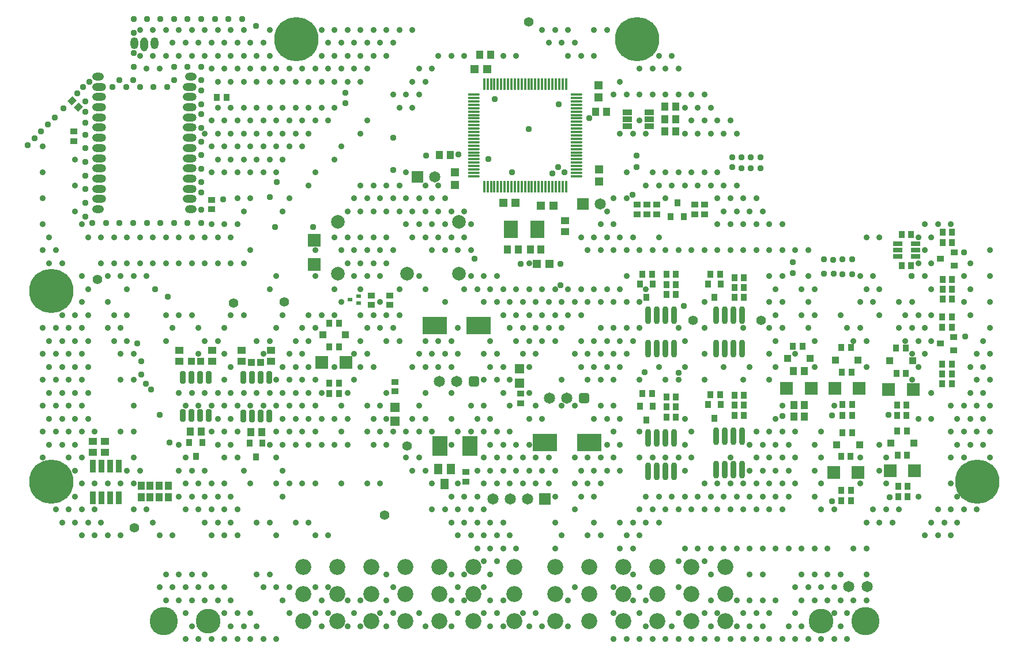
<source format=gts>
G04*
G04 #@! TF.GenerationSoftware,Altium Limited,Altium Designer,21.8.1 (53)*
G04*
G04 Layer_Color=8388736*
%FSLAX25Y25*%
%MOIN*%
G70*
G04*
G04 #@! TF.SameCoordinates,51FB6EBF-7DE9-4BFC-9D62-BDCD563EF873*
G04*
G04*
G04 #@! TF.FilePolarity,Negative*
G04*
G01*
G75*
%ADD51R,0.05324X0.05324*%
%ADD52R,0.04143X0.03750*%
%ADD53R,0.14379X0.10443*%
%ADD54R,0.03750X0.04143*%
%ADD55R,0.07293X0.07214*%
%ADD56R,0.03947X0.03947*%
%ADD57R,0.07214X0.07293*%
%ADD58R,0.02600X0.02002*%
%ADD59R,0.03750X0.04143*%
%ADD60R,0.04143X0.04537*%
%ADD61R,0.03947X0.04340*%
%ADD62R,0.04931X0.04931*%
%ADD63O,0.06702X0.01584*%
%ADD64O,0.01584X0.06702*%
%ADD65R,0.04537X0.04143*%
%ADD66R,0.03435X0.07608*%
%ADD67R,0.04931X0.04931*%
G04:AMPARAMS|DCode=68|XSize=41.43mil|YSize=37.5mil|CornerRadius=0mil|HoleSize=0mil|Usage=FLASHONLY|Rotation=45.000|XOffset=0mil|YOffset=0mil|HoleType=Round|Shape=Rectangle|*
%AMROTATEDRECTD68*
4,1,4,-0.00139,-0.02791,-0.02791,-0.00139,0.00139,0.02791,0.02791,0.00139,-0.00139,-0.02791,0.0*
%
%ADD68ROTATEDRECTD68*%

%ADD69R,0.05324X0.03356*%
%ADD70R,0.08474X0.10049*%
G04:AMPARAMS|DCode=71|XSize=31.59mil|YSize=70.96mil|CornerRadius=4.92mil|HoleSize=0mil|Usage=FLASHONLY|Rotation=0.000|XOffset=0mil|YOffset=0mil|HoleType=Round|Shape=RoundedRectangle|*
%AMROUNDEDRECTD71*
21,1,0.03159,0.06112,0,0,0.0*
21,1,0.02175,0.07096,0,0,0.0*
1,1,0.00984,0.01088,-0.03056*
1,1,0.00984,-0.01088,-0.03056*
1,1,0.00984,-0.01088,0.03056*
1,1,0.00984,0.01088,0.03056*
%
%ADD71ROUNDEDRECTD71*%
%ADD72R,0.04537X0.06112*%
%ADD73O,0.03356X0.10443*%
%ADD74R,0.05403X0.03041*%
%ADD75R,0.04143X0.03750*%
G04:AMPARAMS|DCode=76|XSize=45.37mil|YSize=68.99mil|CornerRadius=22.69mil|HoleSize=0mil|Usage=FLASHONLY|Rotation=180.000|XOffset=0mil|YOffset=0mil|HoleType=Round|Shape=RoundedRectangle|*
%AMROUNDEDRECTD76*
21,1,0.04537,0.02362,0,0,180.0*
21,1,0.00000,0.06899,0,0,180.0*
1,1,0.04537,0.00000,0.01181*
1,1,0.04537,0.00000,0.01181*
1,1,0.04537,0.00000,-0.01181*
1,1,0.04537,0.00000,-0.01181*
%
%ADD76ROUNDEDRECTD76*%
G04:AMPARAMS|DCode=77|XSize=45.37mil|YSize=80.8mil|CornerRadius=22.69mil|HoleSize=0mil|Usage=FLASHONLY|Rotation=180.000|XOffset=0mil|YOffset=0mil|HoleType=Round|Shape=RoundedRectangle|*
%AMROUNDEDRECTD77*
21,1,0.04537,0.03543,0,0,180.0*
21,1,0.00000,0.08080,0,0,180.0*
1,1,0.04537,0.00000,0.01772*
1,1,0.04537,0.00000,0.01772*
1,1,0.04537,0.00000,-0.01772*
1,1,0.04537,0.00000,-0.01772*
%
%ADD77ROUNDEDRECTD77*%
G04:AMPARAMS|DCode=78|XSize=45.37mil|YSize=80.8mil|CornerRadius=22.69mil|HoleSize=0mil|Usage=FLASHONLY|Rotation=270.000|XOffset=0mil|YOffset=0mil|HoleType=Round|Shape=RoundedRectangle|*
%AMROUNDEDRECTD78*
21,1,0.04537,0.03543,0,0,270.0*
21,1,0.00000,0.08080,0,0,270.0*
1,1,0.04537,-0.01772,0.00000*
1,1,0.04537,-0.01772,0.00000*
1,1,0.04537,0.01772,0.00000*
1,1,0.04537,0.01772,0.00000*
%
%ADD78ROUNDEDRECTD78*%
G04:AMPARAMS|DCode=79|XSize=45.37mil|YSize=68.99mil|CornerRadius=22.69mil|HoleSize=0mil|Usage=FLASHONLY|Rotation=270.000|XOffset=0mil|YOffset=0mil|HoleType=Round|Shape=RoundedRectangle|*
%AMROUNDEDRECTD79*
21,1,0.04537,0.02362,0,0,270.0*
21,1,0.00000,0.06899,0,0,270.0*
1,1,0.04537,-0.01181,0.00000*
1,1,0.04537,-0.01181,0.00000*
1,1,0.04537,0.01181,0.00000*
1,1,0.04537,0.01181,0.00000*
%
%ADD79ROUNDEDRECTD79*%
%ADD80R,0.09104X0.11624*%
G04:AMPARAMS|DCode=81|XSize=61.12mil|YSize=61.12mil|CornerRadius=16.78mil|HoleSize=0mil|Usage=FLASHONLY|Rotation=180.000|XOffset=0mil|YOffset=0mil|HoleType=Round|Shape=RoundedRectangle|*
%AMROUNDEDRECTD81*
21,1,0.06112,0.02756,0,0,180.0*
21,1,0.02756,0.06112,0,0,180.0*
1,1,0.03356,-0.01378,0.01378*
1,1,0.03356,0.01378,0.01378*
1,1,0.03356,0.01378,-0.01378*
1,1,0.03356,-0.01378,-0.01378*
%
%ADD81ROUNDEDRECTD81*%
%ADD82C,0.06506*%
%ADD83C,0.07900*%
%ADD84R,0.06506X0.06506*%
%ADD85C,0.09261*%
%ADD86C,0.03600*%
%ADD87C,0.03700*%
%ADD88C,0.05600*%
%ADD89C,0.25600*%
%ADD90C,0.14379*%
%ADD91C,0.16348*%
D51*
X612992Y395588D02*
D03*
Y403855D02*
D03*
X541142Y373487D02*
D03*
Y381755D02*
D03*
D52*
X613796Y384055D02*
D03*
Y389567D02*
D03*
X527559Y440945D02*
D03*
Y446457D02*
D03*
X538189Y440945D02*
D03*
Y446457D02*
D03*
X720062Y498819D02*
D03*
Y493307D02*
D03*
X714337Y498819D02*
D03*
Y493307D02*
D03*
X692503Y498819D02*
D03*
Y493307D02*
D03*
X686777Y493307D02*
D03*
Y498819D02*
D03*
X681052Y498819D02*
D03*
Y493307D02*
D03*
X541142Y390945D02*
D03*
Y396457D02*
D03*
X582103Y344291D02*
D03*
Y338779D02*
D03*
X355315Y541142D02*
D03*
Y535630D02*
D03*
X435039Y496260D02*
D03*
Y501772D02*
D03*
D53*
X627756Y361221D02*
D03*
X653346D02*
D03*
X563976Y429134D02*
D03*
X589567D02*
D03*
D54*
X503150Y389617D02*
D03*
X508661D02*
D03*
Y416584D02*
D03*
X503150D02*
D03*
X508661Y395523D02*
D03*
X503150D02*
D03*
X508661Y430397D02*
D03*
X503150D02*
D03*
X836417Y415945D02*
D03*
X830906D02*
D03*
X836614Y401378D02*
D03*
X831102D02*
D03*
X836811Y382874D02*
D03*
X831299D02*
D03*
X836811Y376969D02*
D03*
X831299D02*
D03*
X837008Y368110D02*
D03*
X831496D02*
D03*
X831693Y354134D02*
D03*
X837205D02*
D03*
X804724Y416142D02*
D03*
X799213D02*
D03*
X805118Y401968D02*
D03*
X799606D02*
D03*
X805315Y383268D02*
D03*
X799803D02*
D03*
X805315Y376969D02*
D03*
X799803D02*
D03*
X805315Y367126D02*
D03*
X799803D02*
D03*
X804527Y353150D02*
D03*
X799016D02*
D03*
X776772Y417011D02*
D03*
X771260D02*
D03*
X837598Y335827D02*
D03*
X832087D02*
D03*
X837598Y329921D02*
D03*
X832087D02*
D03*
X804724Y333661D02*
D03*
X799213D02*
D03*
X804724Y327559D02*
D03*
X799213D02*
D03*
X703543Y458481D02*
D03*
X698032D02*
D03*
X698032Y452756D02*
D03*
X703543D02*
D03*
X698032Y446850D02*
D03*
X703543D02*
D03*
Y387615D02*
D03*
X698032D02*
D03*
X698032Y381890D02*
D03*
X703543D02*
D03*
X698032Y375984D02*
D03*
X703543D02*
D03*
X742913Y388599D02*
D03*
X737402D02*
D03*
X737402Y382874D02*
D03*
X742913D02*
D03*
X737402Y376969D02*
D03*
X742913D02*
D03*
Y456743D02*
D03*
X737402D02*
D03*
X737402Y451018D02*
D03*
X742913D02*
D03*
X737402Y445292D02*
D03*
X742913D02*
D03*
X839567Y481710D02*
D03*
X834055D02*
D03*
X839567Y463566D02*
D03*
X834055D02*
D03*
X857480Y395225D02*
D03*
X862992D02*
D03*
X862992Y400951D02*
D03*
X857480D02*
D03*
X857480Y406676D02*
D03*
X862992D02*
D03*
X857480Y428107D02*
D03*
X862992D02*
D03*
X857480Y433833D02*
D03*
X862992D02*
D03*
X857677Y444241D02*
D03*
X863189D02*
D03*
X863189Y449966D02*
D03*
X857677D02*
D03*
X857677Y455692D02*
D03*
X863189D02*
D03*
X857677Y477123D02*
D03*
X863189D02*
D03*
X857677Y482848D02*
D03*
X863189D02*
D03*
X729134Y458695D02*
D03*
X723622D02*
D03*
X729134Y388813D02*
D03*
X723622D02*
D03*
X689764Y458695D02*
D03*
X684252D02*
D03*
X689764Y389764D02*
D03*
X684252D02*
D03*
X438189Y561024D02*
D03*
X443701D02*
D03*
D55*
X512953Y407480D02*
D03*
X498858D02*
D03*
X840709Y392126D02*
D03*
X826614D02*
D03*
X841496Y344882D02*
D03*
X827402D02*
D03*
X809409Y392717D02*
D03*
X795315D02*
D03*
X808819Y343898D02*
D03*
X794724D02*
D03*
X781653Y392717D02*
D03*
X767559D02*
D03*
D56*
X499311Y423490D02*
D03*
X512500D02*
D03*
X827264Y408661D02*
D03*
X840453D02*
D03*
X827854Y361040D02*
D03*
X841043D02*
D03*
X795768Y408875D02*
D03*
X808957D02*
D03*
X796555Y360056D02*
D03*
X809744D02*
D03*
X768012Y410104D02*
D03*
X781201D02*
D03*
D57*
X494488Y464213D02*
D03*
Y478307D02*
D03*
D58*
X515167Y444095D02*
D03*
X520266Y446063D02*
D03*
Y442126D02*
D03*
D59*
X422227Y361170D02*
D03*
X429708D02*
D03*
X457103Y361007D02*
D03*
X464584D02*
D03*
X425968Y353296D02*
D03*
X460844Y353133D02*
D03*
X704331Y500000D02*
D03*
X708071Y492126D02*
D03*
X700591D02*
D03*
X686401Y445194D02*
D03*
X682660Y453068D02*
D03*
X690141D02*
D03*
X686401Y374328D02*
D03*
X682660Y382202D02*
D03*
X690141D02*
D03*
X725771Y375312D02*
D03*
X722030Y383186D02*
D03*
X729511D02*
D03*
X725771Y445194D02*
D03*
X722030Y453068D02*
D03*
X729511D02*
D03*
D60*
X410236Y336417D02*
D03*
Y329724D02*
D03*
X590158Y585663D02*
D03*
X596457D02*
D03*
X663583Y552756D02*
D03*
X657283D02*
D03*
X777756Y402509D02*
D03*
X771457D02*
D03*
X771654Y382874D02*
D03*
X777953D02*
D03*
X771654Y376378D02*
D03*
X777953D02*
D03*
X625591Y472835D02*
D03*
X619291D02*
D03*
X606283D02*
D03*
X612582D02*
D03*
X573032Y527559D02*
D03*
X566732D02*
D03*
X429117Y367486D02*
D03*
X422818D02*
D03*
X703346Y555545D02*
D03*
X697047D02*
D03*
Y548442D02*
D03*
X703346D02*
D03*
Y541339D02*
D03*
X697047D02*
D03*
X457694Y367323D02*
D03*
X463993D02*
D03*
X399606Y329724D02*
D03*
Y336417D02*
D03*
X404751Y329724D02*
D03*
Y336417D02*
D03*
X394462Y329724D02*
D03*
Y336417D02*
D03*
D61*
X463501Y407514D02*
D03*
X458186D02*
D03*
X423310Y408465D02*
D03*
X428625D02*
D03*
D62*
X594291Y577379D02*
D03*
X587205D02*
D03*
X625591Y498228D02*
D03*
X632677D02*
D03*
X610827Y499803D02*
D03*
X603740D02*
D03*
X630315Y464550D02*
D03*
X623228D02*
D03*
D63*
X586713Y515354D02*
D03*
Y517323D02*
D03*
Y519291D02*
D03*
Y521260D02*
D03*
Y523228D02*
D03*
Y525197D02*
D03*
Y527165D02*
D03*
Y529134D02*
D03*
Y531102D02*
D03*
Y533071D02*
D03*
Y535039D02*
D03*
Y537008D02*
D03*
Y538976D02*
D03*
Y540945D02*
D03*
Y542913D02*
D03*
Y544882D02*
D03*
Y546850D02*
D03*
Y548819D02*
D03*
Y550787D02*
D03*
Y552756D02*
D03*
Y554724D02*
D03*
Y556693D02*
D03*
Y558661D02*
D03*
Y560630D02*
D03*
Y562598D02*
D03*
X645965D02*
D03*
Y560630D02*
D03*
Y558661D02*
D03*
Y556693D02*
D03*
Y554724D02*
D03*
Y552756D02*
D03*
Y550787D02*
D03*
Y548819D02*
D03*
Y546850D02*
D03*
Y544882D02*
D03*
Y542913D02*
D03*
Y540945D02*
D03*
Y538976D02*
D03*
Y537008D02*
D03*
Y535039D02*
D03*
Y533071D02*
D03*
Y531102D02*
D03*
Y529134D02*
D03*
Y527165D02*
D03*
Y525197D02*
D03*
Y523228D02*
D03*
Y521260D02*
D03*
Y519291D02*
D03*
Y517323D02*
D03*
Y515354D02*
D03*
D64*
X592717Y568602D02*
D03*
X594685D02*
D03*
X596654D02*
D03*
X598622D02*
D03*
X600591D02*
D03*
X602559D02*
D03*
X604528D02*
D03*
X606496D02*
D03*
X608465D02*
D03*
X610433D02*
D03*
X612402D02*
D03*
X614370D02*
D03*
X616339D02*
D03*
X618307D02*
D03*
X620276D02*
D03*
X622244D02*
D03*
X624213D02*
D03*
X626181D02*
D03*
X628150D02*
D03*
X630118D02*
D03*
X632087D02*
D03*
X634055D02*
D03*
X636024D02*
D03*
X637992D02*
D03*
X639961D02*
D03*
Y509350D02*
D03*
X637992D02*
D03*
X636024D02*
D03*
X634055D02*
D03*
X632087D02*
D03*
X630118D02*
D03*
X628150D02*
D03*
X626181D02*
D03*
X624213D02*
D03*
X622244D02*
D03*
X620276D02*
D03*
X618307D02*
D03*
X616339D02*
D03*
X614370D02*
D03*
X612402D02*
D03*
X610433D02*
D03*
X608465D02*
D03*
X606496D02*
D03*
X604528D02*
D03*
X602559D02*
D03*
X600591D02*
D03*
X598622D02*
D03*
X596654D02*
D03*
X594685D02*
D03*
X592717D02*
D03*
D65*
X366339Y361946D02*
D03*
Y355647D02*
D03*
X639370Y483465D02*
D03*
Y489764D02*
D03*
X373443Y361946D02*
D03*
Y355647D02*
D03*
X435433Y414567D02*
D03*
Y408268D02*
D03*
X416502Y414567D02*
D03*
Y408268D02*
D03*
X452362D02*
D03*
Y414567D02*
D03*
X469325Y408268D02*
D03*
Y414567D02*
D03*
D66*
X381516Y347795D02*
D03*
X376516D02*
D03*
X371516D02*
D03*
X366516D02*
D03*
X381516Y329370D02*
D03*
X376516D02*
D03*
X371516D02*
D03*
X366516D02*
D03*
D67*
X658661Y561040D02*
D03*
Y568127D02*
D03*
X575787Y510433D02*
D03*
Y517520D02*
D03*
X659055Y512205D02*
D03*
Y519291D02*
D03*
D68*
X358248Y555138D02*
D03*
X354350Y559035D02*
D03*
D69*
X675591Y548228D02*
D03*
Y544291D02*
D03*
Y552165D02*
D03*
X688189D02*
D03*
Y544291D02*
D03*
Y548228D02*
D03*
D70*
X623622Y484646D02*
D03*
X608268D02*
D03*
D71*
X418468Y376853D02*
D03*
X423467D02*
D03*
X428468D02*
D03*
X433467D02*
D03*
X418468Y399097D02*
D03*
X423467D02*
D03*
X428468D02*
D03*
X433467D02*
D03*
X468343Y398934D02*
D03*
X463343D02*
D03*
X458344D02*
D03*
X453343D02*
D03*
X468343Y376690D02*
D03*
X463343D02*
D03*
X458344D02*
D03*
X453343D02*
D03*
D72*
X566142Y345866D02*
D03*
X569882Y337205D02*
D03*
X573622Y345866D02*
D03*
D73*
X702382Y434842D02*
D03*
X697382D02*
D03*
X692382D02*
D03*
X687382D02*
D03*
X702382Y415551D02*
D03*
X697382D02*
D03*
X692382D02*
D03*
X687382D02*
D03*
X702382Y363976D02*
D03*
X697382D02*
D03*
X692382D02*
D03*
X687382D02*
D03*
X702382Y344685D02*
D03*
X697382D02*
D03*
X692382D02*
D03*
X687382D02*
D03*
X741752Y364961D02*
D03*
X736752D02*
D03*
X731752D02*
D03*
X726752D02*
D03*
X741752Y345669D02*
D03*
X736752D02*
D03*
X731752D02*
D03*
X726752D02*
D03*
X741752Y434842D02*
D03*
X736752D02*
D03*
X731752D02*
D03*
X726752D02*
D03*
X741752Y415551D02*
D03*
X736752D02*
D03*
X731752D02*
D03*
X726752D02*
D03*
D74*
X842126Y476378D02*
D03*
Y472638D02*
D03*
Y468898D02*
D03*
X831811D02*
D03*
Y472638D02*
D03*
Y476378D02*
D03*
D75*
X856299Y418504D02*
D03*
X864173Y422244D02*
D03*
Y414764D02*
D03*
X856496Y467520D02*
D03*
X864370Y471260D02*
D03*
Y463779D02*
D03*
D76*
X390354Y592323D02*
D03*
X402165D02*
D03*
D77*
X396260Y591732D02*
D03*
D78*
X370079Y567126D02*
D03*
Y561221D02*
D03*
Y555315D02*
D03*
Y549409D02*
D03*
Y543504D02*
D03*
Y537598D02*
D03*
Y531693D02*
D03*
Y525787D02*
D03*
Y519882D02*
D03*
Y513976D02*
D03*
Y508071D02*
D03*
Y502165D02*
D03*
X422441Y567126D02*
D03*
Y561221D02*
D03*
Y555315D02*
D03*
Y549409D02*
D03*
Y543504D02*
D03*
Y537598D02*
D03*
Y531693D02*
D03*
Y525787D02*
D03*
Y519882D02*
D03*
Y513976D02*
D03*
Y508071D02*
D03*
Y502165D02*
D03*
D79*
X369488Y573032D02*
D03*
Y496260D02*
D03*
X423032Y573032D02*
D03*
Y496260D02*
D03*
D80*
X567028Y359252D02*
D03*
X584547D02*
D03*
D81*
X650551Y386811D02*
D03*
X586772Y396732D02*
D03*
D82*
X640551Y386811D02*
D03*
X630551D02*
D03*
X597717Y328740D02*
D03*
X607717D02*
D03*
X617717D02*
D03*
X659803Y499409D02*
D03*
X566772Y396732D02*
D03*
X576772D02*
D03*
X563976Y514961D02*
D03*
X803543Y277953D02*
D03*
X814173D02*
D03*
D83*
X508032Y489055D02*
D03*
X578031D02*
D03*
Y459055D02*
D03*
X548032D02*
D03*
X508032D02*
D03*
D84*
X627716Y328740D02*
D03*
X649803Y499409D02*
D03*
X553976Y514961D02*
D03*
D85*
X507874Y273622D02*
D03*
Y289370D02*
D03*
X732283D02*
D03*
Y273622D02*
D03*
Y257874D02*
D03*
X712598Y289370D02*
D03*
Y273622D02*
D03*
Y257874D02*
D03*
X692913Y289370D02*
D03*
Y273622D02*
D03*
Y257874D02*
D03*
X673228Y289370D02*
D03*
Y273622D02*
D03*
Y257874D02*
D03*
X653543Y289370D02*
D03*
Y273622D02*
D03*
Y257874D02*
D03*
X633858Y289370D02*
D03*
Y273622D02*
D03*
Y257874D02*
D03*
X610236Y289370D02*
D03*
Y273622D02*
D03*
Y257874D02*
D03*
X586614Y289370D02*
D03*
Y273622D02*
D03*
Y257874D02*
D03*
X566929Y289370D02*
D03*
Y273622D02*
D03*
Y257874D02*
D03*
X547244Y289370D02*
D03*
Y273622D02*
D03*
Y257874D02*
D03*
X527559Y289370D02*
D03*
Y273622D02*
D03*
Y257874D02*
D03*
X507874D02*
D03*
X488189Y289370D02*
D03*
Y273622D02*
D03*
Y257874D02*
D03*
D86*
X885000Y472500D02*
D03*
Y457500D02*
D03*
Y442500D02*
D03*
Y427500D02*
D03*
Y412500D02*
D03*
Y397500D02*
D03*
Y382500D02*
D03*
Y367500D02*
D03*
Y352500D02*
D03*
X881250Y420000D02*
D03*
X877500Y412500D02*
D03*
X881250Y405000D02*
D03*
X877500Y397500D02*
D03*
X881250Y390000D02*
D03*
X877500Y382500D02*
D03*
X881250Y375000D02*
D03*
X877500Y367500D02*
D03*
X881250Y360000D02*
D03*
X877500Y322500D02*
D03*
X873750Y465000D02*
D03*
X870000Y457500D02*
D03*
X873750Y450000D02*
D03*
X870000Y442500D02*
D03*
X873750Y435000D02*
D03*
Y405000D02*
D03*
Y390000D02*
D03*
X870000Y382500D02*
D03*
X873750Y375000D02*
D03*
X870000Y367500D02*
D03*
X873750Y360000D02*
D03*
X870000Y352500D02*
D03*
Y322500D02*
D03*
X862500Y487500D02*
D03*
Y382500D02*
D03*
X866250Y375000D02*
D03*
X862500Y367500D02*
D03*
X866250Y360000D02*
D03*
X862500Y352500D02*
D03*
Y337500D02*
D03*
X866250Y330000D02*
D03*
X862500Y322500D02*
D03*
X866250Y315000D02*
D03*
X862500Y307500D02*
D03*
X855000Y487500D02*
D03*
Y322500D02*
D03*
X858750Y315000D02*
D03*
X855000Y307500D02*
D03*
X847500Y487500D02*
D03*
X851250Y480000D02*
D03*
X847500Y472500D02*
D03*
X851250Y465000D02*
D03*
X847500Y457500D02*
D03*
X851250Y450000D02*
D03*
Y435000D02*
D03*
X847500Y427500D02*
D03*
X851250Y420000D02*
D03*
X847500Y412500D02*
D03*
X851250Y390000D02*
D03*
Y375000D02*
D03*
Y315000D02*
D03*
X847500Y307500D02*
D03*
X843750Y480000D02*
D03*
Y465000D02*
D03*
X840000Y442500D02*
D03*
X843750Y435000D02*
D03*
X840000Y427500D02*
D03*
X843750Y420000D02*
D03*
X840000Y412500D02*
D03*
X843750Y405000D02*
D03*
X840000Y397500D02*
D03*
X843750Y375000D02*
D03*
Y330000D02*
D03*
X832500Y442500D02*
D03*
X836250Y435000D02*
D03*
X832500Y427500D02*
D03*
X836250Y420000D02*
D03*
X832500Y322500D02*
D03*
X825000Y352500D02*
D03*
Y337500D02*
D03*
Y322500D02*
D03*
X828750Y315000D02*
D03*
X821250Y480000D02*
D03*
X817500Y457500D02*
D03*
X821250Y450000D02*
D03*
X817500Y442500D02*
D03*
X821250Y435000D02*
D03*
Y360000D02*
D03*
Y345000D02*
D03*
X817500Y322500D02*
D03*
X821250Y315000D02*
D03*
X813750Y480000D02*
D03*
X810000Y457500D02*
D03*
X813750Y450000D02*
D03*
X810000Y442500D02*
D03*
Y427500D02*
D03*
X813750Y420000D02*
D03*
Y405000D02*
D03*
X810000Y352500D02*
D03*
Y337500D02*
D03*
X813750Y315000D02*
D03*
Y300000D02*
D03*
Y285000D02*
D03*
Y270000D02*
D03*
X802500Y427500D02*
D03*
X806250Y420000D02*
D03*
Y300000D02*
D03*
Y270000D02*
D03*
X802500Y262500D02*
D03*
Y247500D02*
D03*
X798750Y435000D02*
D03*
X795000Y382500D02*
D03*
Y322500D02*
D03*
X798750Y285000D02*
D03*
X795000Y277500D02*
D03*
X798750Y270000D02*
D03*
X795000Y262500D02*
D03*
X798750Y255000D02*
D03*
X795000Y247500D02*
D03*
X787500Y367500D02*
D03*
Y352500D02*
D03*
Y337500D02*
D03*
Y322500D02*
D03*
X791250Y300000D02*
D03*
Y285000D02*
D03*
X787500Y277500D02*
D03*
X791250Y270000D02*
D03*
X787500Y247500D02*
D03*
X780000Y472500D02*
D03*
Y457500D02*
D03*
X783750Y450000D02*
D03*
X780000Y442500D02*
D03*
X783750Y435000D02*
D03*
X780000Y427500D02*
D03*
X783750Y420000D02*
D03*
Y405000D02*
D03*
Y360000D02*
D03*
Y345000D02*
D03*
Y330000D02*
D03*
Y300000D02*
D03*
Y285000D02*
D03*
X780000Y277500D02*
D03*
X783750Y270000D02*
D03*
X780000Y247500D02*
D03*
X772500Y472500D02*
D03*
X776250Y450000D02*
D03*
Y435000D02*
D03*
X772500Y412500D02*
D03*
Y367500D02*
D03*
Y352500D02*
D03*
Y337500D02*
D03*
X776250Y300000D02*
D03*
Y285000D02*
D03*
X772500Y277500D02*
D03*
X776250Y270000D02*
D03*
X772500Y262500D02*
D03*
X776250Y255000D02*
D03*
X772500Y247500D02*
D03*
X765000Y487500D02*
D03*
Y472500D02*
D03*
Y457500D02*
D03*
Y442500D02*
D03*
Y427500D02*
D03*
Y382500D02*
D03*
Y367500D02*
D03*
X768750Y360000D02*
D03*
X765000Y352500D02*
D03*
X768750Y345000D02*
D03*
X765000Y337500D02*
D03*
X768750Y330000D02*
D03*
X765000Y322500D02*
D03*
X768750Y300000D02*
D03*
Y255000D02*
D03*
X765000Y247500D02*
D03*
X757500Y487500D02*
D03*
Y472500D02*
D03*
Y457500D02*
D03*
X761250Y450000D02*
D03*
X757500Y442500D02*
D03*
X761250Y435000D02*
D03*
X757500Y427500D02*
D03*
X761250Y420000D02*
D03*
X757500Y412500D02*
D03*
X761250Y405000D02*
D03*
X757500Y397500D02*
D03*
X761250Y375000D02*
D03*
X757500Y367500D02*
D03*
X761250Y360000D02*
D03*
X757500Y352500D02*
D03*
X761250Y345000D02*
D03*
X757500Y337500D02*
D03*
X761250Y330000D02*
D03*
X757500Y322500D02*
D03*
X761250Y300000D02*
D03*
Y270000D02*
D03*
X757500Y262500D02*
D03*
Y247500D02*
D03*
X750000Y502500D02*
D03*
X753750Y495000D02*
D03*
X750000Y487500D02*
D03*
Y472500D02*
D03*
Y367500D02*
D03*
X753750Y360000D02*
D03*
X750000Y352500D02*
D03*
X753750Y345000D02*
D03*
X750000Y337500D02*
D03*
X753750Y330000D02*
D03*
X750000Y322500D02*
D03*
X753750Y300000D02*
D03*
Y285000D02*
D03*
Y270000D02*
D03*
X750000Y262500D02*
D03*
X753750Y255000D02*
D03*
X750000Y247500D02*
D03*
X742500Y502500D02*
D03*
X746250Y495000D02*
D03*
X742500Y487500D02*
D03*
Y472500D02*
D03*
Y427500D02*
D03*
X746250Y405000D02*
D03*
X742500Y397500D02*
D03*
X746250Y360000D02*
D03*
Y345000D02*
D03*
X742500Y337500D02*
D03*
X746250Y330000D02*
D03*
X742500Y322500D02*
D03*
X746250Y300000D02*
D03*
Y285000D02*
D03*
Y270000D02*
D03*
X742500Y262500D02*
D03*
X746250Y255000D02*
D03*
X742500Y247500D02*
D03*
X735000Y547500D02*
D03*
X738750Y540000D02*
D03*
Y510000D02*
D03*
X735000Y502500D02*
D03*
X738750Y495000D02*
D03*
X735000Y487500D02*
D03*
Y472500D02*
D03*
Y352500D02*
D03*
Y337500D02*
D03*
X738750Y330000D02*
D03*
X735000Y322500D02*
D03*
X738750Y300000D02*
D03*
Y270000D02*
D03*
Y255000D02*
D03*
X735000Y247500D02*
D03*
X727500Y547500D02*
D03*
X731250Y540000D02*
D03*
X727500Y517500D02*
D03*
X731250Y510000D02*
D03*
X727500Y502500D02*
D03*
X731250Y495000D02*
D03*
X727500Y487500D02*
D03*
Y472500D02*
D03*
X731250Y405000D02*
D03*
X727500Y337500D02*
D03*
X731250Y330000D02*
D03*
X727500Y322500D02*
D03*
X731250Y300000D02*
D03*
X727500Y262500D02*
D03*
Y247500D02*
D03*
X720000Y562500D02*
D03*
X723750Y555000D02*
D03*
X720000Y547500D02*
D03*
X723750Y540000D02*
D03*
X720000Y517500D02*
D03*
X723750Y510000D02*
D03*
X720000Y472500D02*
D03*
Y442500D02*
D03*
Y427500D02*
D03*
Y412500D02*
D03*
Y397500D02*
D03*
Y337500D02*
D03*
X723750Y330000D02*
D03*
X720000Y322500D02*
D03*
X723750Y300000D02*
D03*
X720000Y292500D02*
D03*
X723750Y285000D02*
D03*
Y270000D02*
D03*
X720000Y262500D02*
D03*
X723750Y255000D02*
D03*
X720000Y247500D02*
D03*
X712500Y562500D02*
D03*
X716250Y555000D02*
D03*
X712500Y547500D02*
D03*
X716250Y540000D02*
D03*
X712500Y517500D02*
D03*
X716250Y510000D02*
D03*
X712500Y472500D02*
D03*
Y367500D02*
D03*
Y352500D02*
D03*
X716250Y330000D02*
D03*
X712500Y322500D02*
D03*
X716250Y300000D02*
D03*
X712500Y247500D02*
D03*
X705000Y577500D02*
D03*
Y562500D02*
D03*
X708750Y555000D02*
D03*
Y540000D02*
D03*
X705000Y517500D02*
D03*
X708750Y510000D02*
D03*
X705000Y472500D02*
D03*
Y427500D02*
D03*
X708750Y420000D02*
D03*
Y405000D02*
D03*
X705000Y397500D02*
D03*
X708750Y375000D02*
D03*
Y360000D02*
D03*
X705000Y352500D02*
D03*
X708750Y345000D02*
D03*
Y330000D02*
D03*
X705000Y322500D02*
D03*
X708750Y300000D02*
D03*
X705000Y292500D02*
D03*
Y277500D02*
D03*
Y262500D02*
D03*
Y247500D02*
D03*
X701250Y585000D02*
D03*
X697500Y577500D02*
D03*
Y562500D02*
D03*
Y517500D02*
D03*
X701250Y510000D02*
D03*
X697500Y502500D02*
D03*
Y472500D02*
D03*
Y397500D02*
D03*
Y352500D02*
D03*
X701250Y330000D02*
D03*
X697500Y322500D02*
D03*
X701250Y255000D02*
D03*
X697500Y247500D02*
D03*
X693750Y585000D02*
D03*
X690000Y577500D02*
D03*
Y562500D02*
D03*
Y517500D02*
D03*
X693750Y510000D02*
D03*
Y480000D02*
D03*
X690000Y472500D02*
D03*
X693750Y405000D02*
D03*
X690000Y352500D02*
D03*
X693750Y330000D02*
D03*
X690000Y322500D02*
D03*
X693750Y315000D02*
D03*
X690000Y247500D02*
D03*
X682500Y577500D02*
D03*
Y562500D02*
D03*
Y547500D02*
D03*
X686250Y540000D02*
D03*
Y510000D02*
D03*
X682500Y472500D02*
D03*
X686250Y450000D02*
D03*
X682500Y442500D02*
D03*
Y427500D02*
D03*
Y397500D02*
D03*
Y367500D02*
D03*
Y352500D02*
D03*
X686250Y330000D02*
D03*
X682500Y322500D02*
D03*
X686250Y315000D02*
D03*
X682500Y307500D02*
D03*
Y277500D02*
D03*
X686250Y270000D02*
D03*
X682500Y262500D02*
D03*
X686250Y255000D02*
D03*
X682500Y247500D02*
D03*
X675000Y562500D02*
D03*
X678750Y540000D02*
D03*
X675000Y517500D02*
D03*
Y502500D02*
D03*
X678750Y480000D02*
D03*
X675000Y472500D02*
D03*
Y457500D02*
D03*
Y442500D02*
D03*
Y427500D02*
D03*
X678750Y420000D02*
D03*
X675000Y412500D02*
D03*
X678750Y315000D02*
D03*
X675000Y307500D02*
D03*
X678750Y300000D02*
D03*
Y285000D02*
D03*
Y270000D02*
D03*
X675000Y247500D02*
D03*
X671250Y570000D02*
D03*
X667500Y562500D02*
D03*
X671250Y540000D02*
D03*
X667500Y502500D02*
D03*
Y487500D02*
D03*
X671250Y480000D02*
D03*
X667500Y472500D02*
D03*
X671250Y450000D02*
D03*
X667500Y442500D02*
D03*
Y427500D02*
D03*
X671250Y420000D02*
D03*
X667500Y412500D02*
D03*
X671250Y405000D02*
D03*
X667500Y397500D02*
D03*
Y382500D02*
D03*
X671250Y375000D02*
D03*
X667500Y367500D02*
D03*
X671250Y360000D02*
D03*
X667500Y352500D02*
D03*
X671250Y345000D02*
D03*
Y315000D02*
D03*
Y300000D02*
D03*
X667500Y277500D02*
D03*
Y262500D02*
D03*
Y247500D02*
D03*
X663750Y600000D02*
D03*
Y495000D02*
D03*
X660000Y487500D02*
D03*
X663750Y480000D02*
D03*
X660000Y472500D02*
D03*
X663750Y450000D02*
D03*
X660000Y442500D02*
D03*
Y427500D02*
D03*
X663750Y420000D02*
D03*
X660000Y412500D02*
D03*
X663750Y405000D02*
D03*
X660000Y397500D02*
D03*
Y382500D02*
D03*
X663750Y375000D02*
D03*
Y360000D02*
D03*
X660000Y352500D02*
D03*
X663750Y345000D02*
D03*
X660000Y337500D02*
D03*
Y307500D02*
D03*
X656250Y600000D02*
D03*
Y585000D02*
D03*
Y480000D02*
D03*
X652500Y472500D02*
D03*
X656250Y450000D02*
D03*
X652500Y442500D02*
D03*
X656250Y420000D02*
D03*
X652500Y412500D02*
D03*
X656250Y405000D02*
D03*
X652500Y397500D02*
D03*
X656250Y375000D02*
D03*
X652500Y352500D02*
D03*
X656250Y345000D02*
D03*
X652500Y337500D02*
D03*
X656250Y330000D02*
D03*
Y315000D02*
D03*
X652500Y307500D02*
D03*
X645000Y592500D02*
D03*
X648750Y585000D02*
D03*
Y480000D02*
D03*
Y450000D02*
D03*
X645000Y442500D02*
D03*
X648750Y435000D02*
D03*
Y420000D02*
D03*
X645000Y412500D02*
D03*
X648750Y405000D02*
D03*
X645000Y382500D02*
D03*
Y352500D02*
D03*
X648750Y345000D02*
D03*
X645000Y337500D02*
D03*
X648750Y330000D02*
D03*
X645000Y322500D02*
D03*
Y277500D02*
D03*
X641250Y600000D02*
D03*
X637500Y592500D02*
D03*
X641250Y585000D02*
D03*
Y450000D02*
D03*
X637500Y442500D02*
D03*
X641250Y435000D02*
D03*
X637500Y427500D02*
D03*
Y397500D02*
D03*
Y382500D02*
D03*
Y307500D02*
D03*
X641250Y270000D02*
D03*
Y255000D02*
D03*
X633750Y600000D02*
D03*
X630000Y592500D02*
D03*
X633750Y450000D02*
D03*
X630000Y442500D02*
D03*
X633750Y435000D02*
D03*
X630000Y427500D02*
D03*
X633750Y420000D02*
D03*
X630000Y352500D02*
D03*
X633750Y345000D02*
D03*
X630000Y337500D02*
D03*
X633750Y330000D02*
D03*
Y315000D02*
D03*
Y300000D02*
D03*
X626250Y600000D02*
D03*
Y450000D02*
D03*
X622500Y442500D02*
D03*
X626250Y435000D02*
D03*
X622500Y427500D02*
D03*
X626250Y420000D02*
D03*
X622500Y412500D02*
D03*
Y382500D02*
D03*
X626250Y375000D02*
D03*
X622500Y352500D02*
D03*
X626250Y345000D02*
D03*
X622500Y337500D02*
D03*
Y262500D02*
D03*
X626250Y255000D02*
D03*
X618750Y465000D02*
D03*
Y450000D02*
D03*
X615000Y442500D02*
D03*
X618750Y435000D02*
D03*
X615000Y427500D02*
D03*
X618750Y420000D02*
D03*
X615000Y412500D02*
D03*
X618750Y405000D02*
D03*
Y390000D02*
D03*
Y375000D02*
D03*
Y360000D02*
D03*
X615000Y352500D02*
D03*
X618750Y345000D02*
D03*
X615000Y337500D02*
D03*
Y262500D02*
D03*
X618750Y255000D02*
D03*
X611250Y585000D02*
D03*
Y450000D02*
D03*
X607500Y442500D02*
D03*
X611250Y435000D02*
D03*
X607500Y427500D02*
D03*
X611250Y420000D02*
D03*
X607500Y397500D02*
D03*
Y382500D02*
D03*
Y367500D02*
D03*
X611250Y360000D02*
D03*
X607500Y352500D02*
D03*
X611250Y345000D02*
D03*
X607500Y337500D02*
D03*
Y307500D02*
D03*
X611250Y300000D02*
D03*
X603750Y585000D02*
D03*
X600000Y457500D02*
D03*
X603750Y450000D02*
D03*
X600000Y442500D02*
D03*
X603750Y435000D02*
D03*
X600000Y412500D02*
D03*
X603750Y405000D02*
D03*
X600000Y397500D02*
D03*
X603750Y390000D02*
D03*
X600000Y367500D02*
D03*
X603750Y360000D02*
D03*
X600000Y352500D02*
D03*
X603750Y345000D02*
D03*
X600000Y337500D02*
D03*
X603750Y315000D02*
D03*
X600000Y307500D02*
D03*
X603750Y300000D02*
D03*
X600000Y292500D02*
D03*
X603750Y270000D02*
D03*
X600000Y262500D02*
D03*
X603750Y255000D02*
D03*
X592500Y457500D02*
D03*
X596250Y450000D02*
D03*
X592500Y442500D02*
D03*
X596250Y420000D02*
D03*
X592500Y412500D02*
D03*
X596250Y405000D02*
D03*
X592500Y397500D02*
D03*
Y382500D02*
D03*
X596250Y375000D02*
D03*
X592500Y367500D02*
D03*
X596250Y360000D02*
D03*
X592500Y352500D02*
D03*
X596250Y345000D02*
D03*
X592500Y337500D02*
D03*
Y322500D02*
D03*
X596250Y315000D02*
D03*
X592500Y307500D02*
D03*
X596250Y300000D02*
D03*
X592500Y292500D02*
D03*
X596250Y285000D02*
D03*
X592500Y277500D02*
D03*
X596250Y270000D02*
D03*
X592500Y262500D02*
D03*
X596250Y255000D02*
D03*
X585000Y487500D02*
D03*
Y472500D02*
D03*
Y457500D02*
D03*
X588750Y450000D02*
D03*
X585000Y382500D02*
D03*
X588750Y375000D02*
D03*
X585000Y367500D02*
D03*
X588750Y345000D02*
D03*
Y330000D02*
D03*
X585000Y322500D02*
D03*
X588750Y315000D02*
D03*
X585000Y307500D02*
D03*
X588750Y300000D02*
D03*
X581250Y585000D02*
D03*
Y495000D02*
D03*
Y480000D02*
D03*
X577500Y472500D02*
D03*
X581250Y450000D02*
D03*
X577500Y427500D02*
D03*
Y412500D02*
D03*
Y367500D02*
D03*
Y337500D02*
D03*
X581250Y330000D02*
D03*
X577500Y322500D02*
D03*
X581250Y315000D02*
D03*
X577500Y307500D02*
D03*
X581250Y285000D02*
D03*
X577500Y277500D02*
D03*
X581250Y270000D02*
D03*
X577500Y262500D02*
D03*
X573750Y585000D02*
D03*
X570000Y502500D02*
D03*
X573750Y495000D02*
D03*
X570000Y487500D02*
D03*
X573750Y480000D02*
D03*
X570000Y472500D02*
D03*
Y442500D02*
D03*
X573750Y420000D02*
D03*
X570000Y412500D02*
D03*
X573750Y405000D02*
D03*
Y390000D02*
D03*
Y375000D02*
D03*
Y360000D02*
D03*
Y330000D02*
D03*
X570000Y322500D02*
D03*
X573750Y315000D02*
D03*
Y285000D02*
D03*
Y270000D02*
D03*
Y255000D02*
D03*
X566250Y585000D02*
D03*
X562500Y577500D02*
D03*
X566250Y510000D02*
D03*
X562500Y502500D02*
D03*
X566250Y495000D02*
D03*
X562500Y487500D02*
D03*
X566250Y480000D02*
D03*
X562500Y472500D02*
D03*
X566250Y420000D02*
D03*
X562500Y412500D02*
D03*
X566250Y405000D02*
D03*
X562500Y367500D02*
D03*
Y337500D02*
D03*
Y322500D02*
D03*
X555000Y577500D02*
D03*
X558750Y570000D02*
D03*
X555000Y562500D02*
D03*
X558750Y510000D02*
D03*
X555000Y502500D02*
D03*
X558750Y495000D02*
D03*
X555000Y487500D02*
D03*
X558750Y480000D02*
D03*
X555000Y457500D02*
D03*
X558750Y450000D02*
D03*
Y420000D02*
D03*
X555000Y412500D02*
D03*
X558750Y405000D02*
D03*
Y390000D02*
D03*
X555000Y382500D02*
D03*
X558750Y375000D02*
D03*
X555000Y367500D02*
D03*
Y352500D02*
D03*
X558750Y345000D02*
D03*
X555000Y262500D02*
D03*
X558750Y255000D02*
D03*
X551250Y600000D02*
D03*
Y570000D02*
D03*
X547500Y562500D02*
D03*
X551250Y555000D02*
D03*
X547500Y517500D02*
D03*
Y502500D02*
D03*
X551250Y495000D02*
D03*
X547500Y487500D02*
D03*
X551250Y480000D02*
D03*
Y405000D02*
D03*
Y375000D02*
D03*
X547500Y367500D02*
D03*
Y352500D02*
D03*
X551250Y345000D02*
D03*
X543750Y600000D02*
D03*
X540000Y592500D02*
D03*
Y562500D02*
D03*
X543750Y555000D02*
D03*
Y510000D02*
D03*
X540000Y502500D02*
D03*
X543750Y495000D02*
D03*
X540000Y472500D02*
D03*
X543750Y450000D02*
D03*
Y435000D02*
D03*
X540000Y427500D02*
D03*
X543750Y420000D02*
D03*
X540000Y367500D02*
D03*
Y277500D02*
D03*
Y262500D02*
D03*
X536250Y600000D02*
D03*
X532500Y592500D02*
D03*
X536250Y585000D02*
D03*
Y510000D02*
D03*
X532500Y502500D02*
D03*
X536250Y495000D02*
D03*
Y480000D02*
D03*
X532500Y472500D02*
D03*
X536250Y465000D02*
D03*
X532500Y457500D02*
D03*
Y442500D02*
D03*
X536250Y435000D02*
D03*
X532500Y427500D02*
D03*
X536250Y420000D02*
D03*
Y390000D02*
D03*
X532500Y382500D02*
D03*
X536250Y375000D02*
D03*
X532500Y367500D02*
D03*
X536250Y360000D02*
D03*
X532500Y337500D02*
D03*
X536250Y285000D02*
D03*
Y270000D02*
D03*
X532500Y262500D02*
D03*
X536250Y255000D02*
D03*
X528750Y600000D02*
D03*
X525000Y592500D02*
D03*
X528750Y585000D02*
D03*
X525000Y577500D02*
D03*
Y547500D02*
D03*
X528750Y510000D02*
D03*
X525000Y502500D02*
D03*
X528750Y495000D02*
D03*
Y480000D02*
D03*
X525000Y472500D02*
D03*
X528750Y465000D02*
D03*
X525000Y457500D02*
D03*
X528750Y435000D02*
D03*
X525000Y427500D02*
D03*
Y412500D02*
D03*
X528750Y405000D02*
D03*
X525000Y382500D02*
D03*
X528750Y375000D02*
D03*
X525000Y367500D02*
D03*
X528750Y360000D02*
D03*
X525000Y337500D02*
D03*
X521250Y600000D02*
D03*
X517500Y592500D02*
D03*
X521250Y585000D02*
D03*
X517500Y577500D02*
D03*
X521250Y570000D02*
D03*
Y540000D02*
D03*
Y510000D02*
D03*
X517500Y502500D02*
D03*
X521250Y495000D02*
D03*
Y480000D02*
D03*
X517500Y472500D02*
D03*
X521250Y465000D02*
D03*
X517500Y457500D02*
D03*
X521250Y450000D02*
D03*
Y435000D02*
D03*
Y420000D02*
D03*
X517500Y412500D02*
D03*
X521250Y405000D02*
D03*
X517500Y397500D02*
D03*
X521250Y270000D02*
D03*
X517500Y262500D02*
D03*
X521250Y255000D02*
D03*
X513750Y600000D02*
D03*
X510000Y592500D02*
D03*
X513750Y585000D02*
D03*
X510000Y577500D02*
D03*
X513750Y570000D02*
D03*
X510000Y532500D02*
D03*
X513750Y495000D02*
D03*
Y480000D02*
D03*
X510000Y472500D02*
D03*
X513750Y465000D02*
D03*
X510000Y442500D02*
D03*
X513750Y390000D02*
D03*
X510000Y382500D02*
D03*
X513750Y375000D02*
D03*
X510000Y367500D02*
D03*
X513750Y360000D02*
D03*
X510000Y337500D02*
D03*
X513750Y270000D02*
D03*
Y255000D02*
D03*
X506250Y600000D02*
D03*
X502500Y592500D02*
D03*
X506250Y585000D02*
D03*
X502500Y577500D02*
D03*
X506250Y570000D02*
D03*
Y555000D02*
D03*
X502500Y547500D02*
D03*
X506250Y525000D02*
D03*
Y480000D02*
D03*
Y450000D02*
D03*
Y435000D02*
D03*
Y405000D02*
D03*
Y375000D02*
D03*
Y360000D02*
D03*
X502500Y307500D02*
D03*
Y277500D02*
D03*
Y262500D02*
D03*
X498750Y600000D02*
D03*
Y585000D02*
D03*
X495000Y577500D02*
D03*
X498750Y570000D02*
D03*
Y555000D02*
D03*
X495000Y547500D02*
D03*
Y517500D02*
D03*
Y472500D02*
D03*
Y457500D02*
D03*
X498750Y435000D02*
D03*
X495000Y427500D02*
D03*
Y397500D02*
D03*
X498750Y390000D02*
D03*
X495000Y382500D02*
D03*
X498750Y375000D02*
D03*
X495000Y367500D02*
D03*
X498750Y360000D02*
D03*
X495000Y337500D02*
D03*
Y307500D02*
D03*
Y277500D02*
D03*
X498750Y270000D02*
D03*
X495000Y262500D02*
D03*
X498750Y255000D02*
D03*
X487500Y577500D02*
D03*
X491250Y570000D02*
D03*
Y555000D02*
D03*
X487500Y547500D02*
D03*
X491250Y540000D02*
D03*
X487500Y532500D02*
D03*
X491250Y510000D02*
D03*
Y435000D02*
D03*
X487500Y427500D02*
D03*
X491250Y420000D02*
D03*
X487500Y412500D02*
D03*
X491250Y405000D02*
D03*
X487500Y397500D02*
D03*
X491250Y390000D02*
D03*
X487500Y382500D02*
D03*
X491250Y375000D02*
D03*
X487500Y367500D02*
D03*
X491250Y360000D02*
D03*
X487500Y337500D02*
D03*
X491250Y315000D02*
D03*
X480000Y577500D02*
D03*
X483750Y570000D02*
D03*
Y555000D02*
D03*
X480000Y547500D02*
D03*
X483750Y540000D02*
D03*
X480000Y532500D02*
D03*
Y502500D02*
D03*
X483750Y420000D02*
D03*
X480000Y412500D02*
D03*
X483750Y405000D02*
D03*
X480000Y397500D02*
D03*
X483750Y390000D02*
D03*
X480000Y382500D02*
D03*
X483750Y375000D02*
D03*
X480000Y367500D02*
D03*
X483750Y360000D02*
D03*
X480000Y337500D02*
D03*
X483750Y315000D02*
D03*
X480000Y277500D02*
D03*
Y262500D02*
D03*
X472500Y577500D02*
D03*
X476250Y570000D02*
D03*
Y555000D02*
D03*
X472500Y547500D02*
D03*
X476250Y540000D02*
D03*
X472500Y532500D02*
D03*
X476250Y525000D02*
D03*
X472500Y517500D02*
D03*
X476250Y495000D02*
D03*
X472500Y457500D02*
D03*
X476250Y435000D02*
D03*
X472500Y427500D02*
D03*
X476250Y405000D02*
D03*
X472500Y397500D02*
D03*
X476250Y390000D02*
D03*
X472500Y382500D02*
D03*
X476250Y375000D02*
D03*
X472500Y367500D02*
D03*
X476250Y360000D02*
D03*
X472500Y352500D02*
D03*
X476250Y345000D02*
D03*
X472500Y337500D02*
D03*
X476250Y330000D02*
D03*
X472500Y307500D02*
D03*
Y277500D02*
D03*
X476250Y270000D02*
D03*
X472500Y247500D02*
D03*
X468750Y600000D02*
D03*
X465000Y592500D02*
D03*
X468750Y585000D02*
D03*
X465000Y577500D02*
D03*
X468750Y570000D02*
D03*
Y555000D02*
D03*
X465000Y547500D02*
D03*
X468750Y540000D02*
D03*
X465000Y532500D02*
D03*
X468750Y525000D02*
D03*
X465000Y517500D02*
D03*
X468750Y450000D02*
D03*
Y420000D02*
D03*
X465000Y412500D02*
D03*
X468750Y390000D02*
D03*
X465000Y382500D02*
D03*
X468750Y360000D02*
D03*
Y315000D02*
D03*
Y285000D02*
D03*
X465000Y277500D02*
D03*
Y247500D02*
D03*
X457500Y592500D02*
D03*
X461250Y585000D02*
D03*
X457500Y577500D02*
D03*
X461250Y570000D02*
D03*
Y555000D02*
D03*
X457500Y547500D02*
D03*
X461250Y540000D02*
D03*
X457500Y532500D02*
D03*
X461250Y525000D02*
D03*
X457500Y517500D02*
D03*
Y502500D02*
D03*
Y472500D02*
D03*
X461250Y420000D02*
D03*
Y390000D02*
D03*
X457500Y382500D02*
D03*
Y337500D02*
D03*
X461250Y315000D02*
D03*
Y285000D02*
D03*
X457500Y262500D02*
D03*
X461250Y255000D02*
D03*
X457500Y247500D02*
D03*
X453750Y600000D02*
D03*
X450000Y592500D02*
D03*
X453750Y585000D02*
D03*
X450000Y577500D02*
D03*
X453750Y570000D02*
D03*
Y555000D02*
D03*
X450000Y547500D02*
D03*
X453750Y540000D02*
D03*
X450000Y532500D02*
D03*
X453750Y525000D02*
D03*
X450000Y517500D02*
D03*
Y502500D02*
D03*
X453750Y495000D02*
D03*
X450000Y487500D02*
D03*
X453750Y465000D02*
D03*
Y435000D02*
D03*
Y390000D02*
D03*
X450000Y382500D02*
D03*
Y367500D02*
D03*
Y352500D02*
D03*
X453750Y345000D02*
D03*
X450000Y322500D02*
D03*
Y307500D02*
D03*
Y262500D02*
D03*
X453750Y255000D02*
D03*
X450000Y247500D02*
D03*
X446250Y600000D02*
D03*
X442500Y592500D02*
D03*
X446250Y585000D02*
D03*
X442500Y577500D02*
D03*
X446250Y570000D02*
D03*
Y555000D02*
D03*
X442500Y547500D02*
D03*
X446250Y540000D02*
D03*
X442500Y532500D02*
D03*
X446250Y525000D02*
D03*
X442500Y517500D02*
D03*
Y487500D02*
D03*
X446250Y480000D02*
D03*
Y465000D02*
D03*
Y435000D02*
D03*
X442500Y427500D02*
D03*
Y412500D02*
D03*
X446250Y405000D02*
D03*
X442500Y397500D02*
D03*
X446250Y390000D02*
D03*
X442500Y382500D02*
D03*
X446250Y375000D02*
D03*
X442500Y367500D02*
D03*
X446250Y360000D02*
D03*
X442500Y352500D02*
D03*
Y337500D02*
D03*
X446250Y330000D02*
D03*
X442500Y322500D02*
D03*
X446250Y315000D02*
D03*
X442500Y307500D02*
D03*
Y277500D02*
D03*
X446250Y270000D02*
D03*
X442500Y262500D02*
D03*
X446250Y255000D02*
D03*
X442500Y247500D02*
D03*
X438750Y600000D02*
D03*
X435000Y592500D02*
D03*
X438750Y585000D02*
D03*
X435000Y577500D02*
D03*
X438750Y570000D02*
D03*
Y555000D02*
D03*
X435000Y547500D02*
D03*
X438750Y540000D02*
D03*
X435000Y532500D02*
D03*
X438750Y525000D02*
D03*
X435000Y517500D02*
D03*
Y487500D02*
D03*
X438750Y480000D02*
D03*
Y465000D02*
D03*
Y420000D02*
D03*
Y390000D02*
D03*
X435000Y382500D02*
D03*
X438750Y375000D02*
D03*
X435000Y367500D02*
D03*
X438750Y360000D02*
D03*
X435000Y337500D02*
D03*
X438750Y330000D02*
D03*
X435000Y322500D02*
D03*
X438750Y315000D02*
D03*
X435000Y307500D02*
D03*
Y277500D02*
D03*
X438750Y270000D02*
D03*
X435000Y247500D02*
D03*
X431250Y600000D02*
D03*
X427500Y592500D02*
D03*
X431250Y585000D02*
D03*
Y540000D02*
D03*
Y480000D02*
D03*
Y465000D02*
D03*
X427500Y427500D02*
D03*
X431250Y420000D02*
D03*
X427500Y412500D02*
D03*
X431250Y390000D02*
D03*
X427500Y382500D02*
D03*
X431250Y345000D02*
D03*
X427500Y337500D02*
D03*
X431250Y330000D02*
D03*
X427500Y322500D02*
D03*
X431250Y315000D02*
D03*
Y285000D02*
D03*
X427500Y277500D02*
D03*
X431250Y270000D02*
D03*
X427500Y247500D02*
D03*
X423750Y600000D02*
D03*
X420000Y592500D02*
D03*
X423750Y585000D02*
D03*
Y480000D02*
D03*
Y465000D02*
D03*
Y435000D02*
D03*
Y390000D02*
D03*
X420000Y382500D02*
D03*
Y352500D02*
D03*
X423750Y345000D02*
D03*
X420000Y337500D02*
D03*
X423750Y330000D02*
D03*
X420000Y322500D02*
D03*
X423750Y285000D02*
D03*
X420000Y277500D02*
D03*
X423750Y270000D02*
D03*
X420000Y262500D02*
D03*
X423750Y255000D02*
D03*
X420000Y247500D02*
D03*
X416250Y600000D02*
D03*
X412500Y592500D02*
D03*
X416250Y585000D02*
D03*
Y480000D02*
D03*
Y465000D02*
D03*
Y435000D02*
D03*
X412500Y427500D02*
D03*
X416250Y390000D02*
D03*
Y360000D02*
D03*
Y345000D02*
D03*
Y330000D02*
D03*
X412500Y307500D02*
D03*
X416250Y285000D02*
D03*
X412500Y277500D02*
D03*
X416250Y270000D02*
D03*
X408750Y600000D02*
D03*
Y585000D02*
D03*
X405000Y577500D02*
D03*
X408750Y480000D02*
D03*
Y465000D02*
D03*
Y435000D02*
D03*
Y420000D02*
D03*
X405000Y307500D02*
D03*
X408750Y285000D02*
D03*
X405000Y277500D02*
D03*
X408750Y270000D02*
D03*
X401250Y600000D02*
D03*
Y585000D02*
D03*
X397500Y577500D02*
D03*
X401250Y480000D02*
D03*
Y465000D02*
D03*
X397500Y457500D02*
D03*
Y322500D02*
D03*
X401250Y315000D02*
D03*
X393750Y600000D02*
D03*
Y585000D02*
D03*
Y480000D02*
D03*
Y465000D02*
D03*
X390000Y457500D02*
D03*
Y412500D02*
D03*
Y397500D02*
D03*
Y382500D02*
D03*
Y367500D02*
D03*
Y352500D02*
D03*
X393750Y345000D02*
D03*
X390000Y337500D02*
D03*
Y322500D02*
D03*
X386250Y480000D02*
D03*
Y465000D02*
D03*
X382500Y457500D02*
D03*
X386250Y450000D02*
D03*
Y435000D02*
D03*
X382500Y427500D02*
D03*
X386250Y420000D02*
D03*
X382500Y412500D02*
D03*
Y397500D02*
D03*
Y367500D02*
D03*
X386250Y345000D02*
D03*
X382500Y337500D02*
D03*
Y307500D02*
D03*
X378750Y480000D02*
D03*
Y465000D02*
D03*
X375000Y457500D02*
D03*
Y442500D02*
D03*
X378750Y435000D02*
D03*
X375000Y427500D02*
D03*
X378750Y420000D02*
D03*
X375000Y337500D02*
D03*
Y307500D02*
D03*
X371250Y480000D02*
D03*
Y465000D02*
D03*
X367500Y367500D02*
D03*
Y337500D02*
D03*
Y322500D02*
D03*
X371250Y315000D02*
D03*
X367500Y307500D02*
D03*
X360000Y487500D02*
D03*
X363750Y480000D02*
D03*
X360000Y457500D02*
D03*
X363750Y450000D02*
D03*
X360000Y442500D02*
D03*
X363750Y435000D02*
D03*
X360000Y427500D02*
D03*
X363750Y420000D02*
D03*
X360000Y412500D02*
D03*
X363750Y405000D02*
D03*
X360000Y397500D02*
D03*
X363750Y390000D02*
D03*
X360000Y382500D02*
D03*
X363750Y375000D02*
D03*
X360000Y367500D02*
D03*
Y352500D02*
D03*
Y337500D02*
D03*
Y322500D02*
D03*
X363750Y315000D02*
D03*
X360000Y307500D02*
D03*
X356250Y525000D02*
D03*
Y510000D02*
D03*
Y495000D02*
D03*
Y435000D02*
D03*
X352500Y427500D02*
D03*
X356250Y420000D02*
D03*
X352500Y412500D02*
D03*
X356250Y405000D02*
D03*
X352500Y397500D02*
D03*
X356250Y390000D02*
D03*
X352500Y382500D02*
D03*
X356250Y375000D02*
D03*
X352500Y367500D02*
D03*
X356250Y360000D02*
D03*
X352500Y352500D02*
D03*
X356250Y345000D02*
D03*
Y330000D02*
D03*
X352500Y322500D02*
D03*
X356250Y315000D02*
D03*
X345000Y472500D02*
D03*
X348750Y465000D02*
D03*
Y435000D02*
D03*
X345000Y427500D02*
D03*
X348750Y420000D02*
D03*
X345000Y412500D02*
D03*
X348750Y405000D02*
D03*
X345000Y397500D02*
D03*
X348750Y390000D02*
D03*
X345000Y382500D02*
D03*
X348750Y375000D02*
D03*
X345000Y367500D02*
D03*
X348750Y360000D02*
D03*
X345000Y322500D02*
D03*
X348750Y315000D02*
D03*
X337500Y532500D02*
D03*
Y517500D02*
D03*
Y502500D02*
D03*
Y487500D02*
D03*
X341250Y480000D02*
D03*
X337500Y472500D02*
D03*
X341250Y465000D02*
D03*
X337500Y427500D02*
D03*
X341250Y420000D02*
D03*
X337500Y412500D02*
D03*
X341250Y405000D02*
D03*
X337500Y397500D02*
D03*
X341250Y390000D02*
D03*
X337500Y382500D02*
D03*
X341250Y375000D02*
D03*
X337500Y367500D02*
D03*
X341250Y360000D02*
D03*
X337500Y352500D02*
D03*
D87*
X764961Y376772D02*
D03*
X678346Y504724D02*
D03*
X587008Y467717D02*
D03*
X653543Y548819D02*
D03*
X613779Y464567D02*
D03*
X381890Y570866D02*
D03*
X397244Y395276D02*
D03*
X394488Y400787D02*
D03*
X409842Y445669D02*
D03*
X392126Y418504D02*
D03*
X394488Y408268D02*
D03*
X400000Y392126D02*
D03*
X405118Y377165D02*
D03*
X410630Y361417D02*
D03*
X471654Y485827D02*
D03*
X402559Y449803D02*
D03*
X826378Y377165D02*
D03*
X870669Y422638D02*
D03*
X559055Y527165D02*
D03*
X638976Y517717D02*
D03*
X635827Y557087D02*
D03*
X598819Y559842D02*
D03*
X595276Y525197D02*
D03*
X608661Y517717D02*
D03*
X632283Y516929D02*
D03*
X635433Y520472D02*
D03*
X752362Y526378D02*
D03*
Y520079D02*
D03*
X746850Y526378D02*
D03*
Y520079D02*
D03*
X741339Y526378D02*
D03*
Y520079D02*
D03*
X736221Y526378D02*
D03*
Y520472D02*
D03*
X512598Y563779D02*
D03*
Y557480D02*
D03*
X472835Y511811D02*
D03*
X468898Y503150D02*
D03*
X618504Y542520D02*
D03*
X493696Y485822D02*
D03*
X540158Y537795D02*
D03*
X539961Y518898D02*
D03*
X577756Y527953D02*
D03*
X680905Y520472D02*
D03*
Y527165D02*
D03*
X805315Y467323D02*
D03*
Y458661D02*
D03*
X799803Y467323D02*
D03*
Y458661D02*
D03*
X794488Y467126D02*
D03*
X794685Y458858D02*
D03*
X789173Y467323D02*
D03*
Y459055D02*
D03*
X636811Y452362D02*
D03*
Y464764D02*
D03*
X771063Y465748D02*
D03*
X771260Y459252D02*
D03*
X839764Y457677D02*
D03*
X826968Y329724D02*
D03*
X793701Y327362D02*
D03*
Y376969D02*
D03*
X870079Y471457D02*
D03*
X364567Y570079D02*
D03*
X360630Y566929D02*
D03*
X357480Y563386D02*
D03*
X708268Y440158D02*
D03*
X685433Y401968D02*
D03*
X362205Y558661D02*
D03*
X705118Y401575D02*
D03*
X460630Y602362D02*
D03*
X452756Y606299D02*
D03*
X444882D02*
D03*
X437008D02*
D03*
X421260D02*
D03*
X429134D02*
D03*
X413386D02*
D03*
X405512D02*
D03*
X397638D02*
D03*
X390158D02*
D03*
Y598425D02*
D03*
Y586614D02*
D03*
Y578740D02*
D03*
X389764Y570866D02*
D03*
X377953Y566929D02*
D03*
X385827D02*
D03*
X393701D02*
D03*
X401575D02*
D03*
X409449D02*
D03*
X413386Y570866D02*
D03*
Y578740D02*
D03*
X421260D02*
D03*
X429134D02*
D03*
X349606Y554724D02*
D03*
X344488Y549213D02*
D03*
X340551Y545276D02*
D03*
X336614Y541339D02*
D03*
X332677Y537402D02*
D03*
X328740Y533465D02*
D03*
X362205Y546260D02*
D03*
X429134Y505905D02*
D03*
X362205Y552756D02*
D03*
Y539370D02*
D03*
Y531496D02*
D03*
Y523622D02*
D03*
Y515748D02*
D03*
Y507874D02*
D03*
Y500000D02*
D03*
Y492126D02*
D03*
X366142Y488189D02*
D03*
X374016D02*
D03*
X381890D02*
D03*
X389764D02*
D03*
X397638D02*
D03*
X405512D02*
D03*
X413386D02*
D03*
X421260D02*
D03*
X429134D02*
D03*
Y496063D02*
D03*
Y511811D02*
D03*
Y519685D02*
D03*
Y527559D02*
D03*
Y535433D02*
D03*
Y543307D02*
D03*
Y551181D02*
D03*
Y557087D02*
D03*
Y570866D02*
D03*
Y564961D02*
D03*
X441929Y501968D02*
D03*
D88*
X618504Y604724D02*
D03*
X477165Y442520D02*
D03*
X447825Y441919D02*
D03*
X390453Y311811D02*
D03*
X535039Y319291D02*
D03*
X369094Y455709D02*
D03*
X548228Y359252D02*
D03*
X713583Y432087D02*
D03*
X752953D02*
D03*
D89*
X484252Y594488D02*
D03*
X342520Y448819D02*
D03*
Y338583D02*
D03*
X877953D02*
D03*
X681102Y594488D02*
D03*
D90*
X787402Y257874D02*
D03*
X433071D02*
D03*
D91*
X812992D02*
D03*
X407480D02*
D03*
M02*

</source>
